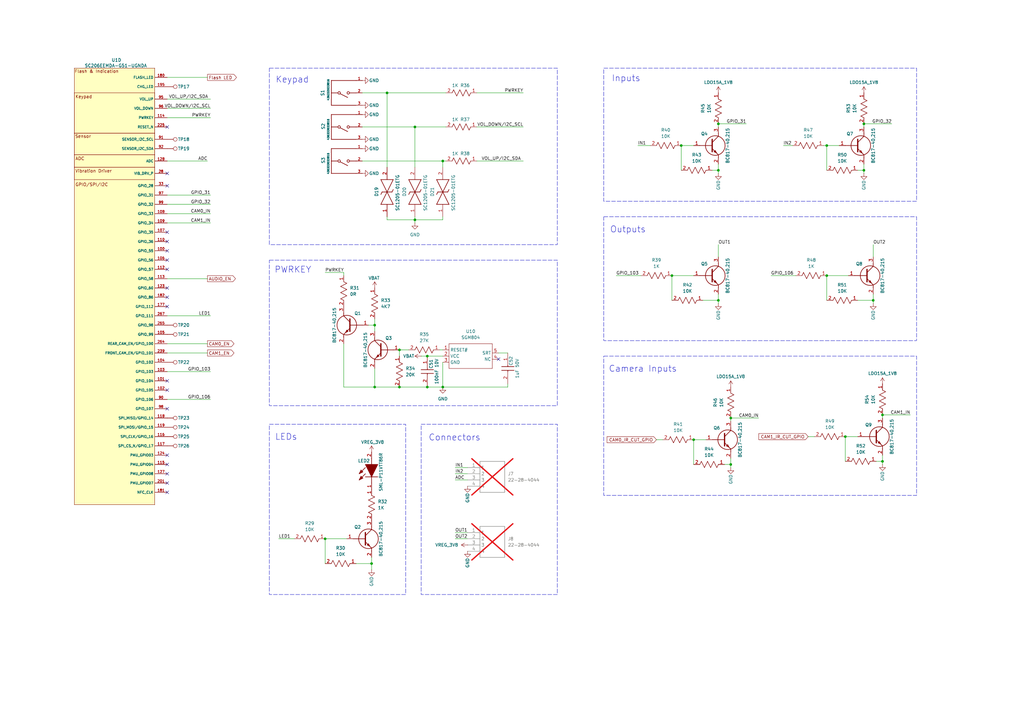
<source format=kicad_sch>
(kicad_sch (version 20250114) (generator "eeschema") (generator_version "9.0")
  (paper "A3")
  (title_block (title "Interfaces") (date "2025-10-10") (rev "v1.0") (company "Author: Mehmet Cihangir") (comment 1 "CamTracker"))
  (rectangle (start 247.65 146.05) (end 375.92 203.2) (stroke (width 0) (type dash)))
  (rectangle (start 110.49 27.94) (end 228.6 100.33) (stroke (width 0) (type dash)))
  (rectangle (start 110.49 106.68) (end 228.6 166.37) (stroke (width 0) (type dash)))
  (rectangle (start 247.65 88.9) (end 375.92 139.7) (stroke (width 0) (type dash)))
  (rectangle (start 110.49 173.99) (end 166.37 243.84) (stroke (width 0) (type dash)))
  (rectangle (start 247.65 27.94) (end 375.92 82.55) (stroke (width 0) (type dash)))
  (rectangle (start 172.72 173.99) (end 228.6 243.84) (stroke (width 0) (type dash)))
  (text "Inputs" (at 256.794 32.258 0) (effects (font (size 2.54 2.54))))
  (text "LEDs" (at 117.348 179.324 0) (effects (font (size 2.54 2.54))))
  (text "PWRKEY" (at 120.142 110.744 0) (effects (font (size 2.54 2.54))))
  (text "Outputs" (at 257.556 94.234 0) (effects (font (size 2.54 2.54))))
  (text "Keypad" (at 119.888 32.766 0) (effects (font (size 2.54 2.54))))
  (text "Camera Inputs" (at 263.652 151.384 0) (effects (font (size 2.54 2.54))))
  (text "Connectors" (at 186.436 179.578 0) (effects (font (size 2.54 2.54))))
  (junction (at 181.61 158.75))
  (junction (at 354.33 50.8))
  (junction (at 339.09 113.03))
  (junction (at 170.18 52.07))
  (junction (at 299.72 190.5))
  (junction (at 294.64 50.8))
  (junction (at 163.83 158.75))
  (junction (at 163.83 143.51))
  (junction (at 299.72 171.45))
  (junction (at 361.95 170.18))
  (junction (at 175.26 146.05))
  (junction (at 339.09 59.69))
  (junction (at 152.4 231.14))
  (junction (at 133.35 220.98))
  (junction (at 153.67 158.75))
  (junction (at 358.14 123.19))
  (junction (at 279.4 59.69))
  (junction (at 181.61 66.04))
  (junction (at 170.18 90.17))
  (junction (at 284.48 180.34))
  (junction (at 275.59 113.03))
  (junction (at 153.67 133.35))
  (junction (at 346.71 179.07))
  (junction (at 294.64 123.19))
  (junction (at 354.33 69.85))
  (junction (at 361.95 189.23))
  (junction (at 158.75 38.1))
  (junction (at 294.64 69.85))
  (junction (at 175.26 158.75))
  (no_connect (at 68.58 198.12))
  (no_connect (at 68.58 106.68))
  (no_connect (at 68.58 71.12))
  (no_connect (at 68.58 76.2))
  (no_connect (at 68.58 102.87))
  (no_connect (at 68.58 194.31))
  (no_connect (at 68.58 99.06))
  (no_connect (at 68.58 190.5))
  (no_connect (at 68.58 52.07))
  (no_connect (at 68.58 95.25))
  (no_connect (at 68.58 110.49))
  (no_connect (at 68.58 118.11))
  (no_connect (at 68.58 121.92))
  (no_connect (at 68.58 156.21))
  (no_connect (at 68.58 186.69))
  (no_connect (at 68.58 160.02))
  (no_connect (at 68.58 125.73))
  (no_connect (at 204.47 147.32))
  (no_connect (at 68.58 201.93))
  (no_connect (at 68.58 167.64))
  (wire (pts (xy 181.61 66.04) (xy 181.61 68.58)))
  (wire (pts (xy 68.58 87.63) (xy 86.36 87.63)))
  (wire (pts (xy 204.47 144.78) (xy 208.28 144.78)))
  (wire (pts (xy 339.09 59.69) (xy 337.82 59.69)))
  (wire (pts (xy 316.23 113.03) (xy 326.39 113.03)))
  (wire (pts (xy 140.97 113.03) (xy 140.97 111.76)))
  (wire (pts (xy 294.64 123.19) (xy 294.64 124.46)))
  (wire (pts (xy 261.62 59.69) (xy 266.7 59.69)))
  (wire (pts (xy 361.95 186.69) (xy 361.95 189.23)))
  (wire (pts (xy 346.71 179.07) (xy 346.71 189.23)))
  (wire (pts (xy 140.97 111.76) (xy 133.35 111.76)))
  (wire (pts (xy 152.4 231.14) (xy 152.4 233.68)))
  (wire (pts (xy 68.58 66.04) (xy 85.09 66.04)))
  (wire (pts (xy 86.36 48.26) (xy 68.58 48.26)))
  (wire (pts (xy 269.24 180.34) (xy 271.78 180.34)))
  (wire (pts (xy 321.31 59.69) (xy 325.12 59.69)))
  (wire (pts (xy 284.48 180.34) (xy 284.48 190.5)))
  (wire (pts (xy 361.95 189.23) (xy 361.95 190.5)))
  (wire (pts (xy 294.64 50.8) (xy 294.64 52.07)))
  (wire (pts (xy 181.61 90.17) (xy 170.18 90.17)))
  (wire (pts (xy 346.71 179.07) (xy 351.79 179.07)))
  (wire (pts (xy 172.72 146.05) (xy 175.26 146.05)))
  (wire (pts (xy 152.4 228.6) (xy 152.4 231.14)))
  (wire (pts (xy 294.64 120.65) (xy 294.64 123.19)))
  (wire (pts (xy 158.75 38.1) (xy 158.75 68.58)))
  (wire (pts (xy 294.64 100.33) (xy 294.64 105.41)))
  (wire (pts (xy 68.58 80.01) (xy 86.36 80.01)))
  (wire (pts (xy 186.69 218.44) (xy 191.77 218.44)))
  (wire (pts (xy 170.18 52.07) (xy 170.18 68.58)))
  (wire (pts (xy 140.97 158.75) (xy 153.67 158.75)))
  (wire (pts (xy 361.95 170.18) (xy 373.38 170.18)))
  (wire (pts (xy 181.61 90.17) (xy 181.61 88.9)))
  (wire (pts (xy 68.58 31.75) (xy 85.09 31.75)))
  (wire (pts (xy 214.63 52.07) (xy 195.58 52.07)))
  (wire (pts (xy 294.64 50.8) (xy 306.07 50.8)))
  (wire (pts (xy 146.05 231.14) (xy 152.4 231.14)))
  (wire (pts (xy 354.33 50.8) (xy 354.33 52.07)))
  (wire (pts (xy 339.09 59.69) (xy 339.09 69.85)))
  (wire (pts (xy 163.83 158.75) (xy 175.26 158.75)))
  (wire (pts (xy 354.33 67.31) (xy 354.33 69.85)))
  (wire (pts (xy 214.63 38.1) (xy 195.58 38.1)))
  (wire (pts (xy 186.69 220.98) (xy 191.77 220.98)))
  (wire (pts (xy 86.36 152.4) (xy 68.58 152.4)))
  (wire (pts (xy 214.63 66.04) (xy 195.58 66.04)))
  (wire (pts (xy 297.18 190.5) (xy 299.72 190.5)))
  (wire (pts (xy 158.75 90.17) (xy 170.18 90.17)))
  (wire (pts (xy 140.97 140.97) (xy 140.97 158.75)))
  (wire (pts (xy 175.26 158.75) (xy 181.61 158.75)))
  (wire (pts (xy 186.69 196.85) (xy 191.77 196.85)))
  (wire (pts (xy 153.67 133.35) (xy 153.67 135.89)))
  (wire (pts (xy 158.75 38.1) (xy 182.88 38.1)))
  (wire (pts (xy 86.36 129.54) (xy 68.58 129.54)))
  (wire (pts (xy 361.95 170.18) (xy 361.95 171.45)))
  (wire (pts (xy 68.58 44.45) (xy 86.36 44.45)))
  (wire (pts (xy 294.64 67.31) (xy 294.64 69.85)))
  (wire (pts (xy 148.59 66.04) (xy 181.61 66.04)))
  (wire (pts (xy 299.72 187.96) (xy 299.72 190.5)))
  (wire (pts (xy 68.58 140.97) (xy 85.09 140.97)))
  (wire (pts (xy 358.14 100.33) (xy 358.14 105.41)))
  (wire (pts (xy 339.09 113.03) (xy 339.09 123.19)))
  (wire (pts (xy 86.36 163.83) (xy 68.58 163.83)))
  (wire (pts (xy 148.59 52.07) (xy 170.18 52.07)))
  (wire (pts (xy 354.33 50.8) (xy 365.76 50.8)))
  (wire (pts (xy 68.58 40.64) (xy 86.36 40.64)))
  (wire (pts (xy 284.48 180.34) (xy 289.56 180.34)))
  (wire (pts (xy 186.69 191.77) (xy 191.77 191.77)))
  (wire (pts (xy 354.33 69.85) (xy 354.33 71.12)))
  (wire (pts (xy 351.79 69.85) (xy 354.33 69.85)))
  (wire (pts (xy 68.58 144.78) (xy 85.09 144.78)))
  (wire (pts (xy 170.18 90.17) (xy 170.18 91.44)))
  (wire (pts (xy 186.69 194.31) (xy 191.77 194.31)))
  (wire (pts (xy 208.28 158.75) (xy 181.61 158.75)))
  (wire (pts (xy 181.61 66.04) (xy 182.88 66.04)))
  (wire (pts (xy 358.14 120.65) (xy 358.14 123.19)))
  (wire (pts (xy 68.58 83.82) (xy 86.36 83.82)))
  (wire (pts (xy 358.14 123.19) (xy 358.14 124.46)))
  (wire (pts (xy 299.72 190.5) (xy 299.72 191.77)))
  (wire (pts (xy 114.3 220.98) (xy 120.65 220.98)))
  (wire (pts (xy 299.72 171.45) (xy 311.15 171.45)))
  (wire (pts (xy 275.59 113.03) (xy 284.48 113.03)))
  (wire (pts (xy 294.64 69.85) (xy 294.64 71.12)))
  (wire (pts (xy 153.67 158.75) (xy 163.83 158.75)))
  (wire (pts (xy 68.58 91.44) (xy 86.36 91.44)))
  (wire (pts (xy 339.09 113.03) (xy 347.98 113.03)))
  (wire (pts (xy 133.35 220.98) (xy 142.24 220.98)))
  (wire (pts (xy 279.4 59.69) (xy 279.4 69.85)))
  (wire (pts (xy 279.4 59.69) (xy 284.48 59.69)))
  (wire (pts (xy 170.18 88.9) (xy 170.18 90.17)))
  (wire (pts (xy 153.67 151.13) (xy 153.67 158.75)))
  (wire (pts (xy 85.09 114.3) (xy 68.58 114.3)))
  (wire (pts (xy 292.1 69.85) (xy 294.64 69.85)))
  (wire (pts (xy 175.26 146.05) (xy 181.61 146.05)))
  (wire (pts (xy 163.83 143.51) (xy 163.83 146.05)))
  (wire (pts (xy 163.83 143.51) (xy 167.64 143.51)))
  (wire (pts (xy 331.47 179.07) (xy 334.01 179.07)))
  (wire (pts (xy 299.72 171.45) (xy 299.72 172.72)))
  (wire (pts (xy 351.79 123.19) (xy 358.14 123.19)))
  (wire (pts (xy 181.61 148.59) (xy 181.61 158.75)))
  (wire (pts (xy 252.73 113.03) (xy 262.89 113.03)))
  (wire (pts (xy 288.29 123.19) (xy 294.64 123.19)))
  (wire (pts (xy 151.13 133.35) (xy 153.67 133.35)))
  (wire (pts (xy 275.59 113.03) (xy 275.59 123.19)))
  (wire (pts (xy 208.28 157.48) (xy 208.28 158.75)))
  (wire (pts (xy 133.35 220.98) (xy 133.35 231.14)))
  (wire (pts (xy 180.34 143.51) (xy 181.61 143.51)))
  (wire (pts (xy 339.09 59.69) (xy 344.17 59.69)))
  (wire (pts (xy 153.67 130.81) (xy 153.67 133.35)))
  (wire (pts (xy 359.41 189.23) (xy 361.95 189.23)))
  (wire (pts (xy 170.18 52.07) (xy 182.88 52.07)))
  (wire (pts (xy 158.75 88.9) (xy 158.75 90.17)))
  (wire (pts (xy 148.59 38.1) (xy 158.75 38.1)))
  (label "ADC" (at 186.69 196.85 0))
  (label "OUT2" (at 186.69 220.98 0))
  (label "GPIO_106" (at 316.23 113.03 0))
  (label "OUT2" (at 358.14 100.33 0))
  (label "GPIO_32" (at 365.76 50.8 180))
  (label "GPIO_106" (at 86.36 163.83 180))
  (label "PWRKEY" (at 133.35 111.76 0))
  (label "VOL_DOWN{slash}I2C_SCL" (at 214.63 52.07 180))
  (label "CAM0_IN" (at 86.36 87.63 180))
  (label "LED1" (at 86.36 129.54 180))
  (label "IN1" (at 261.62 59.69 0))
  (label "GPIO_31" (at 86.36 80.01 180))
  (label "GPIO_31" (at 306.07 50.8 180))
  (label "VOL_UP{slash}I2C_SDA " (at 86.36 40.64 180))
  (label "PWRKEY" (at 86.36 48.26 180))
  (label "OUT1" (at 294.64 100.33 0))
  (label "GPIO_32" (at 86.36 83.82 180))
  (label "VOL_DOWN{slash}I2C_SCL" (at 86.36 44.45 180))
  (label "IN1" (at 186.69 191.77 0))
  (label "GPIO_103" (at 86.36 152.4 180))
  (label "ADC" (at 85.09 66.04 180))
  (label "IN2" (at 321.31 59.69 0))
  (label "CAM1_IN" (at 86.36 91.44 180))
  (label "OUT1" (at 186.69 218.44 0))
  (label "GPIO_103" (at 252.73 113.03 0))
  (label "PWRKEY" (at 214.63 38.1 180))
  (label "VOL_UP{slash}I2C_SDA " (at 214.63 66.04 180))
  (label "LED1" (at 114.3 220.98 0))
  (label "CAM0_IN" (at 311.15 171.45 180))
  (label "CAM1_IN" (at 373.38 170.18 180))
  (label "IN2" (at 186.69 194.31 0))
  (global_label "Flash LED" (shape output) (at 85.09 31.75 0) (property "Intersheetrefs" "${INTERSHEET_REFS}" (effects (hide yes))))
  (global_label "CAM1_IR_CUT_GPIO" (shape input) (at 331.47 179.07 180) (property "Intersheetrefs" "${INTERSHEET_REFS}" (effects (hide yes))))
  (global_label "CAM0_IR_CUT_GPIO" (shape input) (at 269.24 180.34 180) (property "Intersheetrefs" "${INTERSHEET_REFS}" (effects (hide yes))))
  (global_label "AUDIO_EN" (shape output) (at 85.09 114.3 0) (property "Intersheetrefs" "${INTERSHEET_REFS}" (effects (hide yes))))
  (global_label "CAM0_EN" (shape output) (at 85.09 140.97 0) (property "Intersheetrefs" "${INTERSHEET_REFS}" (effects (hide yes))))
  (global_label "CAM1_EN" (shape output) (at 85.09 144.78 0) (property "Intersheetrefs" "${INTERSHEET_REFS}" (effects (hide yes))))
  (symbol (lib_id "000MCLib:BC817-40,215") (at 359.41 179.07 0) (unit 1)
    (property "Reference" "Q9" (at 354.838 174.244 0) (effects (justify left)))
    (property "Value" "BC817-40,215" (at 365.76 186.436 90) (effects (justify left)))
    (property "Footprint" "000MCLib:BC81740215" (effects (hide yes)))
    (property "Datasheet" "https://assets.nexperia.com/documents/data-sheet/BC817_SER.pdf" (effects (hide yes)))
    (property "Description" "Transistor BJT 500 mA NPN" (effects (hide yes)))
    (property "Manufacturer" "Nexperia" (effects (hide yes)))
    (property "Part Number" "BC817-40,215" (effects (hide yes)))
  )
  (symbol (lib_id "power:VDD") (at 299.72 158.75 0) (unit 1)
    (property "Reference" "#PWR086" (effects (hide yes)))
    (property "Value" "LDO15A_1V8" (at 299.72 154.432 0))
    (property "Description" "Power symbol creates a global label with name \"VDD\"" (effects (hide yes)))
  )
  (symbol (lib_id "000MCLib:RC0402JR-0710KL") (at 345.44 69.85 0) (unit 1)
    (property "Reference" "R50" (at 345.44 63.5 0))
    (property "Value" "10K" (at 345.44 66.04 0))
    (property "Footprint" "000MCLib:RC0402N_YAG" (effects (hide yes)))
    (property "Description" "Resistor 10K 1/16W CH0402" (effects (hide yes)))
    (property "Manufacturer" "YAGEO" (effects (hide yes)))
    (property "Part Number" "RC0402JR-0710KL" (effects (hide yes)))
  )
  (symbol (lib_id "000MCLib:CRCW08050000Z0EA") (at 140.97 119.38 90) (unit 1)
    (property "Reference" "R31" (at 143.51 118.1099 90) (effects (justify right)))
    (property "Value" "0R" (at 143.51 120.6499 90) (effects (justify right)))
    (property "Footprint" "000MCLib:RESC2012X50N" (effects (hide yes)))
    (property "Datasheet" "http://www.vishay.com/docs/20035/dcrcwe3.pdf" (effects (hide yes)))
    (property "Description" "Resistor 0R 1/8watt 0805" (effects (hide yes)))
    (property "Height" "0.5" (effects (hide yes)))
    (property "Mouser Part Number" "71-CRCW0805-0-E3" (effects (hide yes)))
    (property "Mouser Price/Stock" "https://www.mouser.co.uk/ProductDetail/Vishay-Dale/CRCW08050000Z0EA?qs=waxnFHLl2hB4NcTp6tAQPA%3D%3D" (effects (hide yes)))
    (property "Manufacturer" "Vishay" (effects (hide yes)))
    (property "Part Number" "CRCW08050000Z0EA" (effects (hide yes)))
  )
  (symbol (lib_id "power:GND") (at 361.95 190.5 0) (unit 1)
    (property "Reference" "#PWR092" (effects (hide yes)))
    (property "Value" "GND" (at 361.95 195.326 90))
    (property "Description" "Power symbol creates a global label with name \"GND\" , ground" (effects (hide yes)))
  )
  (symbol (lib_id "000MCLib:GRM155R71A104KA01D") (at 175.26 152.4 270) (unit 1)
    (property "Reference" "C51" (at 176.784 147.32 0) (effects (justify left)))
    (property "Value" "100nF 10V" (at 179.832 147.066 0) (effects (justify left top)))
    (property "Footprint" "000MCLib:CAPC1005X55N" (effects (hide yes)))
    (property "Datasheet" "http://www.murata.com/~/media/webrenewal/support/library/catalog/products/capacitor/mlcc/c02e.pdf" (effects (hide yes)))
    (property "Description" "Capacitor 100nF, 10V, X7R, 0402" (effects (hide yes)))
    (property "Manufacturer" "Murata Electronics" (effects (hide yes)))
    (property "Part Number" "GRM155R71A104KA01D" (effects (hide yes)))
  )
  (symbol (lib_id "power:VDD") (at 191.77 223.52 90) (unit 1)
    (property "Reference" "#PWR081" (effects (hide yes)))
    (property "Value" "VREG_3V8" (at 187.96 223.5199 90) (effects (justify left)))
    (property "Description" "Power symbol creates a global label with name \"VDD\"" (effects (hide yes)))
  )
  (symbol (lib_id "000MCLib:RC0402JR-071KL") (at 332.74 113.03 0) (unit 1)
    (property "Reference" "R48" (at 332.74 106.68 0))
    (property "Value" "1K" (at 332.74 109.22 0))
    (property "Footprint" "000MCLib:RC0402N_YAG" (effects (hide yes)))
    (property "Description" "Resistor 1K 1/16W CH0402" (effects (hide yes)))
    (property "Manufacturer" "YAGEO" (effects (hide yes)))
    (property "Part Number" "RC0402JR-071KL" (effects (hide yes)))
  )
  (symbol (lib_id "000MCLib:SC1205-01ETG") (at 170.18 78.74 90) (unit 1)
    (property "Reference" "D20" (at 165.862 76.708 0) (effects (justify right)))
    (property "Value" "SC1205-01ETG" (at 174.498 71.628 0) (effects (justify right)))
    (property "Footprint" "000MCLib:SC120501ETG" (effects (hide yes)))
    (property "Datasheet" "https://www.littelfuse.com/media?resourcetype=datasheets&itemid=fff6fc88-c477-4ea4-984b-6b98f832da15&filename=littelfuse-tvs-diode-array-sc1205-01etg-datasheet-1" (effects (hide yes)))
    (property "Description" "TVS Diode, General Purpose Surge Protection" (effects (hide yes)))
    (property "Manufacturer" "Littelfuse" (effects (hide yes)))
    (property "Part Number" "SC1205-01ETG" (effects (hide yes)))
  )
  (symbol (lib_id "000MCLib:TestPoint") (at 68.58 35.56 270) (unit 1)
    (property "Reference" "TP17" (at 72.898 35.56 90) (effects (justify left)))
    (property "Value" "TestPoint" (effects (hide yes)))
    (property "Footprint" "TestPoint:TestPoint_Pad_D1.0mm" (effects (hide yes)))
    (property "Description" "test point" (effects (hide yes)))
  )
  (symbol (lib_id "000MCLib:RC0402JR-074K7L") (at 153.67 124.46 90) (unit 1)
    (property "Reference" "R33" (at 156.21 123.1899 90) (effects (justify right)))
    (property "Value" "4K7" (at 156.21 125.7299 90) (effects (justify right)))
    (property "Footprint" "000MCLib:RC0402N_YAG" (effects (hide yes)))
    (property "Description" "Resistor 4K7 1/16W CH0402" (effects (hide yes)))
    (property "Manufacturer" "YAGEO" (effects (hide yes)))
    (property "Part Number" "RC0402JR-074K7L" (effects (hide yes)))
  )
  (symbol (lib_id "000MCLib:BC817-40,215") (at 292.1 59.69 0) (unit 1)
    (property "Reference" "Q4" (at 287.528 54.864 0) (effects (justify left)))
    (property "Value" "BC817-40,215" (at 298.45 67.056 90) (effects (justify left)))
    (property "Footprint" "000MCLib:BC81740215" (effects (hide yes)))
    (property "Datasheet" "https://assets.nexperia.com/documents/data-sheet/BC817_SER.pdf" (effects (hide yes)))
    (property "Description" "Transistor BJT 500 mA NPN" (effects (hide yes)))
    (property "Manufacturer" "Nexperia" (effects (hide yes)))
    (property "Part Number" "BC817-40,215" (effects (hide yes)))
  )
  (symbol (lib_id "power:VDD") (at 172.72 146.05 90) (unit 1)
    (property "Reference" "#PWR078" (effects (hide yes)))
    (property "Value" "VBAT" (at 167.64 146.05 90))
    (property "Description" "Power symbol creates a global label with name \"VDD\"" (effects (hide yes)))
  )
  (symbol (lib_id "power:VDD") (at 152.4 185.42 0) (unit 1)
    (property "Reference" "#PWR074" (effects (hide yes)))
    (property "Value" "VREG_3V8" (at 148.082 181.356 0) (effects (justify left)))
    (property "Description" "Power symbol creates a global label with name \"VDD\"" (effects (hide yes)))
  )
  (symbol (lib_id "power:VDD") (at 354.33 38.1 0) (unit 1)
    (property "Reference" "#PWR088" (effects (hide yes)))
    (property "Value" "LDO15A_1V8" (at 354.33 33.782 0))
    (property "Description" "Power symbol creates a global label with name \"VDD\"" (effects (hide yes)))
  )
  (symbol (lib_id "000MCLib:SC200E") (at 53.34 118.11 0) (unit 4)
    (property "Reference" "U1" (at 47.752 24.638 0))
    (property "Value" "SC206EEMDA-G51-UGNDA" (at 47.498 26.924 0))
    (property "Footprint" "000MCLib:SC200E_SC206E" (effects (hide yes)))
    (property "Description" "SC200E/SC206E Smart Module" (effects (hide yes)))
    (property "Manufacturer" "Quectel" (effects (hide yes)))
    (property "Part Number" "SC200EEMNA-E53-UGNDA" (effects (hide yes)))
  )
  (symbol (lib_id "power:GND") (at 148.59 46.99 90) (unit 1)
    (property "Reference" "#PWR070" (effects (hide yes)))
    (property "Value" "GND" (at 153.416 46.99 90))
    (property "Description" "Power symbol creates a global label with name \"GND\" , ground" (effects (hide yes)))
  )
  (symbol (lib_id "power:VDD") (at 294.64 38.1 0) (unit 1)
    (property "Reference" "#PWR083" (effects (hide yes)))
    (property "Value" "LDO15A_1V8" (at 294.64 33.782 0))
    (property "Description" "Power symbol creates a global label with name \"VDD\"" (effects (hide yes)))
  )
  (symbol (lib_id "power:VDD") (at 153.67 118.11 0) (unit 1)
    (property "Reference" "#PWR076" (effects (hide yes)))
    (property "Value" "VBAT" (at 153.416 114.046 0))
    (property "Description" "Power symbol creates a global label with name \"VDD\"" (effects (hide yes)))
  )
  (symbol (lib_id "000MCLib:RC0402JR-0710KL") (at 345.44 123.19 0) (unit 1)
    (property "Reference" "R51" (at 345.44 116.84 0))
    (property "Value" "10K" (at 345.44 119.38 0))
    (property "Footprint" "000MCLib:RC0402N_YAG" (effects (hide yes)))
    (property "Description" "Resistor 10K 1/16W CH0402" (effects (hide yes)))
    (property "Manufacturer" "YAGEO" (effects (hide yes)))
    (property "Part Number" "RC0402JR-0710KL" (effects (hide yes)))
  )
  (symbol (lib_id "000MCLib:RC0402JR-0710KL") (at 299.72 165.1 90) (unit 1)
    (property "Reference" "R46" (at 293.37 165.1 0))
    (property "Value" "10K" (at 295.91 165.1 0))
    (property "Footprint" "000MCLib:RC0402N_YAG" (effects (hide yes)))
    (property "Description" "Resistor 10K 1/16W CH0402" (effects (hide yes)))
    (property "Manufacturer" "YAGEO" (effects (hide yes)))
    (property "Part Number" "RC0402JR-0710KL" (effects (hide yes)))
  )
  (symbol (lib_id "power:GND") (at 148.59 33.02 90) (unit 1)
    (property "Reference" "#PWR068" (effects (hide yes)))
    (property "Value" "GND" (at 153.416 33.02 90))
    (property "Description" "Power symbol creates a global label with name \"GND\" , ground" (effects (hide yes)))
  )
  (symbol (lib_id "000MCLib:BC817-40,215") (at 351.79 59.69 0) (unit 1)
    (property "Reference" "Q7" (at 347.218 54.864 0) (effects (justify left)))
    (property "Value" "BC817-40,215" (at 358.14 67.056 90) (effects (justify left)))
    (property "Footprint" "000MCLib:BC81740215" (effects (hide yes)))
    (property "Datasheet" "https://assets.nexperia.com/documents/data-sheet/BC817_SER.pdf" (effects (hide yes)))
    (property "Description" "Transistor BJT 500 mA NPN" (effects (hide yes)))
    (property "Manufacturer" "Nexperia" (effects (hide yes)))
    (property "Part Number" "BC817-40,215" (effects (hide yes)))
  )
  (symbol (lib_id "000MCLib:TestPoint") (at 68.58 57.15 270) (unit 1)
    (property "Reference" "TP18" (at 72.898 57.15 90) (effects (justify left)))
    (property "Value" "TestPoint" (effects (hide yes)))
    (property "Footprint" "TestPoint:TestPoint_Pad_D1.0mm" (effects (hide yes)))
    (property "Description" "test point" (effects (hide yes)))
  )
  (symbol (lib_id "000MCLib:GRM155R61H105KE05D") (at 208.28 151.13 270) (unit 1)
    (property "Reference" "C52" (at 209.55 146.05 0) (effects (justify left)))
    (property "Value" "1uF 50V" (at 212.852 147.066 0) (effects (justify left top)))
    (property "Footprint" "000MCLib:CAPC1005X55N" (effects (hide yes)))
    (property "Datasheet" "https://search.murata.co.jp/Ceramy/image/img/A01X/G101/ENG/GRM155R61H105KE05-01A.pdf" (effects (hide yes)))
    (property "Description" "Capacitor 1uF, 50V, X5R, 0402" (effects (hide yes)))
    (property "Manufacturer" "Murata Electronics" (effects (hide yes)))
    (property "Part Number" "GRM155R61H105KE05D" (effects (hide yes)))
  )
  (symbol (lib_id "000MCLib:SC1205-01ETG") (at 158.75 78.74 90) (unit 1)
    (property "Reference" "D19" (at 154.432 76.708 0) (effects (justify right)))
    (property "Value" "SC1205-01ETG" (at 163.068 71.628 0) (effects (justify right)))
    (property "Footprint" "000MCLib:SC120501ETG" (effects (hide yes)))
    (property "Datasheet" "https://www.littelfuse.com/media?resourcetype=datasheets&itemid=fff6fc88-c477-4ea4-984b-6b98f832da15&filename=littelfuse-tvs-diode-array-sc1205-01etg-datasheet-1" (effects (hide yes)))
    (property "Description" "TVS Diode, General Purpose Surge Protection" (effects (hide yes)))
    (property "Manufacturer" "Littelfuse" (effects (hide yes)))
    (property "Part Number" "SC1205-01ETG" (effects (hide yes)))
  )
  (symbol (lib_id "000MCLib:TestPoint") (at 68.58 175.26 270) (unit 1)
    (property "Reference" "TP24" (at 72.898 175.26 90) (effects (justify left)))
    (property "Value" "TestPoint" (effects (hide yes)))
    (property "Footprint" "TestPoint:TestPoint_Pad_D1.0mm" (effects (hide yes)))
    (property "Description" "test point" (effects (hide yes)))
  )
  (symbol (lib_id "power:GND") (at 191.77 199.39 0) (unit 1)
    (property "Reference" "#PWR080" (effects (hide yes)))
    (property "Value" "GND" (at 191.77 204.216 90))
    (property "Description" "Power symbol creates a global label with name \"GND\" , ground" (effects (hide yes)))
  )
  (symbol (lib_id "000MCLib:BC817-40,215") (at 355.6 113.03 0) (unit 1)
    (property "Reference" "Q8" (at 351.028 108.204 0) (effects (justify left)))
    (property "Value" "BC817-40,215" (at 361.95 120.396 90) (effects (justify left)))
    (property "Footprint" "000MCLib:BC81740215" (effects (hide yes)))
    (property "Datasheet" "https://assets.nexperia.com/documents/data-sheet/BC817_SER.pdf" (effects (hide yes)))
    (property "Description" "Transistor BJT 500 mA NPN" (effects (hide yes)))
    (property "Manufacturer" "Nexperia" (effects (hide yes)))
    (property "Part Number" "BC817-40,215" (effects (hide yes)))
  )
  (symbol (lib_id "000MCLib:TestPoint") (at 68.58 182.88 270) (unit 1)
    (property "Reference" "TP26" (at 72.898 182.88 90) (effects (justify left)))
    (property "Value" "TestPoint" (effects (hide yes)))
    (property "Footprint" "TestPoint:TestPoint_Pad_D1.0mm" (effects (hide yes)))
    (property "Description" "test point" (effects (hide yes)))
  )
  (symbol (lib_id "000MCLib:436333033816") (at 140.97 52.07 270) (unit 1)
    (property "Reference" "S2" (at 132.588 51.816 0))
    (property "Value" "436333033816" (at 134.62 53.086 0) (effects (font (size 0.762 0.762))))
    (property "Footprint" "000MCLib:436333033816" (effects (hide yes)))
    (property "Description" "Switch Tactile SPST-NO Side Actuated Surface Mount, Right Angle" (effects (hide yes)))
    (property "Manufacturer" "Wurth Elektronik" (effects (hide yes)))
    (property "Part Number" "436333033816" (effects (hide yes)))
  )
  (symbol (lib_id "000MCLib:RC0402JR-0727KL") (at 173.99 143.51 0) (unit 1)
    (property "Reference" "R35" (at 173.99 137.16 0))
    (property "Value" "27K" (at 173.99 139.7 0))
    (property "Footprint" "000MCLib:RC0402N_YAG" (effects (hide yes)))
    (property "Description" "Resistor 27K 1/16W CH0402" (effects (hide yes)))
    (property "Manufacturer" "YAGEO" (effects (hide yes)))
    (property "Part Number" "RC0402JR-0727KL" (effects (hide yes)))
  )
  (symbol (lib_id "000MCLib:RC0402JR-071KL") (at 189.23 38.1 0) (unit 1)
    (property "Reference" "R36" (at 190.754 35.052 0))
    (property "Value" "1K" (at 186.69 35.052 0))
    (property "Footprint" "000MCLib:RC0402N_YAG" (effects (hide yes)))
    (property "Description" "Resistor 1K 1/16W CH0402" (effects (hide yes)))
    (property "Manufacturer" "YAGEO" (effects (hide yes)))
    (property "Part Number" "RC0402JR-071KL" (effects (hide yes)))
  )
  (symbol (lib_id "000MCLib:SGM804-2.93YN5G/TR") (at 193.04 146.05 0) (unit 1)
    (property "Reference" "U10" (at 193.04 135.89 0))
    (property "Value" "SGM804" (at 193.04 138.43 0))
    (property "Footprint" "000MCLib:SOT-23-5_L2.9-W1.6-P0.95-LS2.8-BL" (effects (hide yes)))
    (property "Datasheet" "https://item.szlcsc.com/datasheet/SGM804-2.93YN5G%252FTR/734280.html" (effects (hide yes)))
    (property "Description" "IC Reset Supervisor 2.93sec" (effects (hide yes)))
    (property "Manufacturer" "SGMICRO(圣邦微)" (effects (hide yes)))
    (property "Part Name" "SGM804-2.93YN5G/TR" (effects (hide yes)))
  )
  (symbol (lib_id "000MCLib:TestPoint") (at 68.58 171.45 270) (unit 1)
    (property "Reference" "TP23" (at 72.898 171.45 90) (effects (justify left)))
    (property "Value" "TestPoint" (effects (hide yes)))
    (property "Footprint" "TestPoint:TestPoint_Pad_D1.0mm" (effects (hide yes)))
    (property "Description" "test point" (effects (hide yes)))
  )
  (symbol (lib_id "000MCLib:SC1205-01ETG") (at 181.61 78.74 90) (unit 1)
    (property "Reference" "D21" (at 177.292 76.708 0) (effects (justify right)))
    (property "Value" "SC1205-01ETG" (at 185.928 71.628 0) (effects (justify right)))
    (property "Footprint" "000MCLib:SC120501ETG" (effects (hide yes)))
    (property "Datasheet" "https://www.littelfuse.com/media?resourcetype=datasheets&itemid=fff6fc88-c477-4ea4-984b-6b98f832da15&filename=littelfuse-tvs-diode-array-sc1205-01etg-datasheet-1" (effects (hide yes)))
    (property "Description" "TVS Diode, General Purpose Surge Protection" (effects (hide yes)))
    (property "Manufacturer" "Littelfuse" (effects (hide yes)))
    (property "Part Number" "SC1205-01ETG" (effects (hide yes)))
  )
  (symbol (lib_id "power:VDD") (at 361.95 157.48 0) (unit 1)
    (property "Reference" "#PWR091" (effects (hide yes)))
    (property "Value" "LDO15A_1V8" (at 361.95 153.162 0))
    (property "Description" "Power symbol creates a global label with name \"VDD\"" (effects (hide yes)))
  )
  (symbol (lib_id "000MCLib:RC0402JR-0710KL") (at 290.83 190.5 0) (unit 1)
    (property "Reference" "R44" (at 290.83 184.15 0))
    (property "Value" "10K" (at 290.83 186.69 0))
    (property "Footprint" "000MCLib:RC0402N_YAG" (effects (hide yes)))
    (property "Description" "Resistor 10K 1/16W CH0402" (effects (hide yes)))
    (property "Manufacturer" "YAGEO" (effects (hide yes)))
    (property "Part Number" "RC0402JR-0710KL" (effects (hide yes)))
  )
  (symbol (lib_id "power:GND") (at 148.59 43.18 90) (unit 1)
    (property "Reference" "#PWR069" (effects (hide yes)))
    (property "Value" "GND" (at 153.416 43.18 90))
    (property "Description" "Power symbol creates a global label with name \"GND\" , ground" (effects (hide yes)))
  )
  (symbol (lib_id "000MCLib:RC0402JR-0710KL") (at 281.94 123.19 0) (unit 1)
    (property "Reference" "R42" (at 281.94 116.84 0))
    (property "Value" "10K" (at 281.94 119.38 0))
    (property "Footprint" "000MCLib:RC0402N_YAG" (effects (hide yes)))
    (property "Description" "Resistor 10K 1/16W CH0402" (effects (hide yes)))
    (property "Manufacturer" "YAGEO" (effects (hide yes)))
    (property "Part Number" "RC0402JR-0710KL" (effects (hide yes)))
  )
  (symbol (lib_id "000MCLib:RC0402JR-0710KL") (at 294.64 44.45 90) (unit 1)
    (property "Reference" "R45" (at 288.29 44.45 0))
    (property "Value" "10K" (at 290.83 44.45 0))
    (property "Footprint" "000MCLib:RC0402N_YAG" (effects (hide yes)))
    (property "Description" "Resistor 10K 1/16W CH0402" (effects (hide yes)))
    (property "Manufacturer" "YAGEO" (effects (hide yes)))
    (property "Part Number" "RC0402JR-0710KL" (effects (hide yes)))
  )
  (symbol (lib_id "000MCLib:RC0402JR-0710KL") (at 278.13 180.34 0) (unit 1)
    (property "Reference" "R41" (at 278.13 173.99 0))
    (property "Value" "10K" (at 278.13 176.53 0))
    (property "Footprint" "000MCLib:RC0402N_YAG" (effects (hide yes)))
    (property "Description" "Resistor 10K 1/16W CH0402" (effects (hide yes)))
    (property "Manufacturer" "YAGEO" (effects (hide yes)))
    (property "Part Number" "RC0402JR-0710KL" (effects (hide yes)))
  )
  (symbol (lib_id "000MCLib:BC817-40,215") (at 156.21 143.51 0) (mirror y) (unit 1)
    (property "Reference" "Q3" (at 160.782 138.684 0) (effects (justify left)))
    (property "Value" "BC817-40,215" (at 149.86 150.876 90) (effects (justify left)))
    (property "Footprint" "000MCLib:BC81740215" (effects (hide yes)))
    (property "Datasheet" "https://assets.nexperia.com/documents/data-sheet/BC817_SER.pdf" (effects (hide yes)))
    (property "Description" "Transistor BJT 500 mA NPN" (effects (hide yes)))
    (property "Manufacturer" "Nexperia" (effects (hide yes)))
    (property "Part Number" "BC817-40,215" (effects (hide yes)))
  )
  (symbol (lib_id "000MCLib:RC0402JR-071KL") (at 152.4 207.01 90) (unit 1)
    (property "Reference" "R32" (at 154.94 205.7399 90) (effects (justify right)))
    (property "Value" "1K" (at 154.94 208.2799 90) (effects (justify right)))
    (property "Footprint" "000MCLib:RC0402N_YAG" (effects (hide yes)))
    (property "Description" "Resistor 1K 1/16W CH0402" (effects (hide yes)))
    (property "Manufacturer" "YAGEO" (effects (hide yes)))
    (property "Part Number" "RC0402JR-071KL" (effects (hide yes)))
  )
  (symbol (lib_id "000MCLib:RC0402JR-071KL") (at 269.24 113.03 0) (unit 1)
    (property "Reference" "R39" (at 269.24 106.68 0))
    (property "Value" "1K" (at 269.24 109.22 0))
    (property "Footprint" "000MCLib:RC0402N_YAG" (effects (hide yes)))
    (property "Description" "Resistor 1K 1/16W CH0402" (effects (hide yes)))
    (property "Manufacturer" "YAGEO" (effects (hide yes)))
    (property "Part Number" "RC0402JR-071KL" (effects (hide yes)))
  )
  (symbol (lib_id "000MCLib:RC0402JR-0710KL") (at 354.33 44.45 90) (unit 1)
    (property "Reference" "R53" (at 347.98 44.45 0))
    (property "Value" "10K" (at 350.52 44.45 0))
    (property "Footprint" "000MCLib:RC0402N_YAG" (effects (hide yes)))
    (property "Description" "Resistor 10K 1/16W CH0402" (effects (hide yes)))
    (property "Manufacturer" "YAGEO" (effects (hide yes)))
    (property "Part Number" "RC0402JR-0710KL" (effects (hide yes)))
  )
  (symbol (lib_id "000MCLib:22-28-4044") (at 201.93 194.31 0) (unit 1) (in_bom no) (dnp yes)
    (property "Reference" "J7" (at 208.28 194.3099 0) (effects (justify left)))
    (property "Value" "22-28-4044" (at 208.28 196.8499 0) (effects (justify left)))
    (property "Footprint" "000MCLib:HDRV3W66P0X254_1X4_762X249X1042P" (effects (hide yes)))
    (property "Description" "Connector 4P 2.54mm Male Header" (effects (hide yes)))
    (property "Manufacturer" "Molex" (effects (hide yes)))
    (property "Part Number" "22-28-4044" (effects (hide yes)))
  )
  (symbol (lib_id "000MCLib:RC0402JR-0710KL") (at 139.7 231.14 0) (unit 1)
    (property "Reference" "R30" (at 139.7 224.79 0))
    (property "Value" "10K" (at 139.7 227.33 0))
    (property "Footprint" "000MCLib:RC0402N_YAG" (effects (hide yes)))
    (property "Description" "Resistor 10K 1/16W CH0402" (effects (hide yes)))
    (property "Manufacturer" "YAGEO" (effects (hide yes)))
    (property "Part Number" "RC0402JR-0710KL" (effects (hide yes)))
  )
  (symbol (lib_id "000MCLib:436333033816") (at 140.97 38.1 270) (unit 1)
    (property "Reference" "S1" (at 132.334 38.1 0))
    (property "Value" "436333033816" (at 134.62 36.83 0) (effects (font (size 0.762 0.762))))
    (property "Footprint" "000MCLib:436333033816" (effects (hide yes)))
    (property "Description" "Switch Tactile SPST-NO Side Actuated Surface Mount, Right Angle" (effects (hide yes)))
    (property "Manufacturer" "Wurth Elektronik" (effects (hide yes)))
    (property "Part Number" "436333033816" (effects (hide yes)))
  )
  (symbol (lib_id "power:GND") (at 152.4 233.68 0) (unit 1)
    (property "Reference" "#PWR075" (effects (hide yes)))
    (property "Value" "GND" (at 152.4 238.506 90))
    (property "Description" "Power symbol creates a global label with name \"GND\" , ground" (effects (hide yes)))
  )
  (symbol (lib_id "000MCLib:RC0402JR-0710KL") (at 353.06 189.23 0) (unit 1)
    (property "Reference" "R52" (at 353.06 182.88 0))
    (property "Value" "10K" (at 353.06 185.42 0))
    (property "Footprint" "000MCLib:RC0402N_YAG" (effects (hide yes)))
    (property "Description" "Resistor 10K 1/16W CH0402" (effects (hide yes)))
    (property "Manufacturer" "YAGEO" (effects (hide yes)))
    (property "Part Number" "RC0402JR-0710KL" (effects (hide yes)))
  )
  (symbol (lib_id "power:GND") (at 191.77 226.06 0) (unit 1)
    (property "Reference" "#PWR082" (effects (hide yes)))
    (property "Value" "GND" (at 191.77 230.886 90))
    (property "Description" "Power symbol creates a global label with name \"GND\" , ground" (effects (hide yes)))
  )
  (symbol (lib_id "000MCLib:TestPoint") (at 68.58 137.16 270) (unit 1)
    (property "Reference" "TP21" (at 72.898 137.16 90) (effects (justify left)))
    (property "Value" "TestPoint" (effects (hide yes)))
    (property "Footprint" "TestPoint:TestPoint_Pad_D1.0mm" (effects (hide yes)))
    (property "Description" "test point" (effects (hide yes)))
  )
  (symbol (lib_id "000MCLib:SML-P11VTT86R") (at 152.4 193.04 90) (unit 1)
    (property "Reference" "LED2" (at 146.812 188.976 90) (effects (justify right)))
    (property "Value" "SML-P11VTT86R" (at 156.21 185.674 0) (effects (justify right)))
    (property "Footprint" "000MCLib:SMLP11VTT86R" (effects (hide yes)))
    (property "Datasheet" "https://fscdn.rohm.com/en/products/databook/datasheet/opto/led/chip_mono/sml-p11vtt86(r)-e.pdf" (effects (hide yes)))
    (property "Description" "LED RED SMD Vf=1.8V If=1mA 0402" (effects (hide yes)))
    (property "Part Number" "SML-P11VTT86R" (effects (hide yes)))
    (property "Manufacturer" "ROHM Semiconductor" (effects (hide yes)))
  )
  (symbol (lib_id "000MCLib:RC0402JR-0710KL") (at 361.95 163.83 90) (unit 1)
    (property "Reference" "R54" (at 355.6 163.83 0))
    (property "Value" "10K" (at 358.14 163.83 0))
    (property "Footprint" "000MCLib:RC0402N_YAG" (effects (hide yes)))
    (property "Description" "Resistor 10K 1/16W CH0402" (effects (hide yes)))
    (property "Manufacturer" "YAGEO" (effects (hide yes)))
    (property "Part Number" "RC0402JR-0710KL" (effects (hide yes)))
  )
  (symbol (lib_id "power:GND") (at 299.72 191.77 0) (unit 1)
    (property "Reference" "#PWR087" (effects (hide yes)))
    (property "Value" "GND" (at 299.72 196.596 90))
    (property "Description" "Power symbol creates a global label with name \"GND\" , ground" (effects (hide yes)))
  )
  (symbol (lib_id "000MCLib:TestPoint") (at 68.58 148.59 270) (unit 1)
    (property "Reference" "TP22" (at 72.898 148.59 90) (effects (justify left)))
    (property "Value" "TestPoint" (effects (hide yes)))
    (property "Footprint" "TestPoint:TestPoint_Pad_D1.0mm" (effects (hide yes)))
    (property "Description" "test point" (effects (hide yes)))
  )
  (symbol (lib_id "000MCLib:BC817-40,215") (at 297.18 180.34 0) (unit 1)
    (property "Reference" "Q6" (at 292.608 175.514 0) (effects (justify left)))
    (property "Value" "BC817-40,215" (at 303.53 187.706 90) (effects (justify left)))
    (property "Footprint" "000MCLib:BC81740215" (effects (hide yes)))
    (property "Datasheet" "https://assets.nexperia.com/documents/data-sheet/BC817_SER.pdf" (effects (hide yes)))
    (property "Description" "Transistor BJT 500 mA NPN" (effects (hide yes)))
    (property "Manufacturer" "Nexperia" (effects (hide yes)))
    (property "Part Number" "BC817-40,215" (effects (hide yes)))
  )
  (symbol (lib_id "000MCLib:TestPoint") (at 68.58 179.07 270) (unit 1)
    (property "Reference" "TP25" (at 72.898 179.07 90) (effects (justify left)))
    (property "Value" "TestPoint" (effects (hide yes)))
    (property "Footprint" "TestPoint:TestPoint_Pad_D1.0mm" (effects (hide yes)))
    (property "Description" "test point" (effects (hide yes)))
  )
  (symbol (lib_id "000MCLib:TestPoint") (at 68.58 60.96 270) (unit 1)
    (property "Reference" "TP19" (at 72.898 60.96 90) (effects (justify left)))
    (property "Value" "TestPoint" (effects (hide yes)))
    (property "Footprint" "TestPoint:TestPoint_Pad_D1.0mm" (effects (hide yes)))
    (property "Description" "test point" (effects (hide yes)))
  )
  (symbol (lib_id "000MCLib:22-28-4044") (at 201.93 220.98 0) (unit 1) (in_bom no) (dnp yes)
    (property "Reference" "J8" (at 208.28 220.9799 0) (effects (justify left)))
    (property "Value" "22-28-4044" (at 208.28 223.5199 0) (effects (justify left)))
    (property "Footprint" "000MCLib:HDRV3W66P0X254_1X4_762X249X1042P" (effects (hide yes)))
    (property "Description" "Connector 4P 2.54mm Male Header" (effects (hide yes)))
    (property "Manufacturer" "Molex" (effects (hide yes)))
    (property "Part Number" "22-28-4044" (effects (hide yes)))
  )
  (symbol (lib_id "power:GND") (at 148.59 57.15 90) (unit 1)
    (property "Reference" "#PWR071" (effects (hide yes)))
    (property "Value" "GND" (at 153.416 57.15 90))
    (property "Description" "Power symbol creates a global label with name \"GND\" , ground" (effects (hide yes)))
  )
  (symbol (lib_id "power:GND") (at 148.59 71.12 90) (unit 1)
    (property "Reference" "#PWR073" (effects (hide yes)))
    (property "Value" "GND" (at 153.416 71.12 90))
    (property "Description" "Power symbol creates a global label with name \"GND\" , ground" (effects (hide yes)))
  )
  (symbol (lib_id "power:GND") (at 294.64 71.12 0) (unit 1)
    (property "Reference" "#PWR084" (effects (hide yes)))
    (property "Value" "GND" (at 294.64 75.946 90))
    (property "Description" "Power symbol creates a global label with name \"GND\" , ground" (effects (hide yes)))
  )
  (symbol (lib_id "power:GND") (at 358.14 124.46 0) (unit 1)
    (property "Reference" "#PWR090" (effects (hide yes)))
    (property "Value" "GND" (at 358.14 129.286 90))
    (property "Description" "Power symbol creates a global label with name \"GND\" , ground" (effects (hide yes)))
  )
  (symbol (lib_id "power:GND") (at 170.18 91.44 0) (unit 1)
    (property "Reference" "#PWR077" (effects (hide yes)))
    (property "Value" "GND" (at 170.18 96.266 0))
    (property "Description" "Power symbol creates a global label with name \"GND\" , ground" (effects (hide yes)))
  )
  (symbol (lib_id "000MCLib:BC817-40,215") (at 143.51 133.35 0) (mirror y) (unit 1)
    (property "Reference" "Q1" (at 148.082 128.524 0) (effects (justify left)))
    (property "Value" "BC817-40,215" (at 137.16 140.716 90) (effects (justify left)))
    (property "Footprint" "000MCLib:BC81740215" (effects (hide yes)))
    (property "Datasheet" "https://assets.nexperia.com/documents/data-sheet/BC817_SER.pdf" (effects (hide yes)))
    (property "Description" "Transistor BJT 500 mA NPN" (effects (hide yes)))
    (property "Manufacturer" "Nexperia" (effects (hide yes)))
    (property "Part Number" "BC817-40,215" (effects (hide yes)))
  )
  (symbol (lib_id "000MCLib:RC0402JR-0710KL") (at 127 220.98 0) (unit 1)
    (property "Reference" "R29" (at 127 214.63 0))
    (property "Value" "10K" (at 127 217.17 0))
    (property "Footprint" "000MCLib:RC0402N_YAG" (effects (hide yes)))
    (property "Description" "Resistor 10K 1/16W CH0402" (effects (hide yes)))
    (property "Manufacturer" "YAGEO" (effects (hide yes)))
    (property "Part Number" "RC0402JR-0710KL" (effects (hide yes)))
  )
  (symbol (lib_id "000MCLib:RC0402JR-071KL") (at 189.23 66.04 0) (unit 1)
    (property "Reference" "R38" (at 190.754 62.992 0))
    (property "Value" "1K" (at 186.69 62.992 0))
    (property "Footprint" "000MCLib:RC0402N_YAG" (effects (hide yes)))
    (property "Description" "Resistor 1K 1/16W CH0402" (effects (hide yes)))
    (property "Manufacturer" "YAGEO" (effects (hide yes)))
    (property "Part Number" "RC0402JR-071KL" (effects (hide yes)))
  )
  (symbol (lib_id "000MCLib:BC817-40,215") (at 292.1 113.03 0) (unit 1)
    (property "Reference" "Q5" (at 287.528 108.204 0) (effects (justify left)))
    (property "Value" "BC817-40,215" (at 298.45 120.396 90) (effects (justify left)))
    (property "Footprint" "000MCLib:BC81740215" (effects (hide yes)))
    (property "Datasheet" "https://assets.nexperia.com/documents/data-sheet/BC817_SER.pdf" (effects (hide yes)))
    (property "Description" "Transistor BJT 500 mA NPN" (effects (hide yes)))
    (property "Manufacturer" "Nexperia" (effects (hide yes)))
    (property "Part Number" "BC817-40,215" (effects (hide yes)))
  )
  (symbol (lib_id "000MCLib:RC0402JR-0710KL") (at 273.05 59.69 0) (unit 1)
    (property "Reference" "R40" (at 273.05 53.34 0))
    (property "Value" "10K" (at 273.05 55.88 0))
    (property "Footprint" "000MCLib:RC0402N_YAG" (effects (hide yes)))
    (property "Description" "Resistor 10K 1/16W CH0402" (effects (hide yes)))
    (property "Manufacturer" "YAGEO" (effects (hide yes)))
    (property "Part Number" "RC0402JR-0710KL" (effects (hide yes)))
  )
  (symbol (lib_id "000MCLib:436333033816") (at 140.97 66.04 270) (unit 1)
    (property "Reference" "S3" (at 132.588 65.786 0))
    (property "Value" "436333033816" (at 134.62 67.056 0) (effects (font (size 0.762 0.762))))
    (property "Footprint" "000MCLib:436333033816" (effects (hide yes)))
    (property "Description" "Switch Tactile SPST-NO Side Actuated Surface Mount, Right Angle" (effects (hide yes)))
    (property "Manufacturer" "Wurth Elektronik" (effects (hide yes)))
    (property "Part Number" "436333033816" (effects (hide yes)))
  )
  (symbol (lib_id "000MCLib:RC0402JR-0720KL") (at 163.83 152.4 90) (unit 1)
    (property "Reference" "R34" (at 166.37 151.1299 90) (effects (justify right)))
    (property "Value" "20K" (at 166.37 153.6699 90) (effects (justify right)))
    (property "Footprint" "000MCLib:RC0402N_YAG" (effects (hide yes)))
    (property "Description" "Resistor 20K 1/16W CH0402" (effects (hide yes)))
    (property "Manufacturer" "YAGEO" (effects (hide yes)))
    (property "Part Number" "RC0402JR-0720KL" (effects (hide yes)))
  )
  (symbol (lib_id "000MCLib:RC0402JR-071KL") (at 189.23 52.07 0) (unit 1)
    (property "Reference" "R37" (at 190.754 49.022 0))
    (property "Value" "1K" (at 186.69 49.022 0))
    (property "Footprint" "000MCLib:RC0402N_YAG" (effects (hide yes)))
    (property "Description" "Resistor 1K 1/16W CH0402" (effects (hide yes)))
    (property "Manufacturer" "YAGEO" (effects (hide yes)))
    (property "Part Number" "RC0402JR-071KL" (effects (hide yes)))
  )
  (symbol (lib_id "000MCLib:RC0402JR-0710KL") (at 340.36 179.07 0) (unit 1)
    (property "Reference" "R49" (at 340.36 172.72 0))
    (property "Value" "10K" (at 340.36 175.26 0))
    (property "Footprint" "000MCLib:RC0402N_YAG" (effects (hide yes)))
    (property "Description" "Resistor 10K 1/16W CH0402" (effects (hide yes)))
    (property "Manufacturer" "YAGEO" (effects (hide yes)))
    (property "Part Number" "RC0402JR-0710KL" (effects (hide yes)))
  )
  (symbol (lib_id "000MCLib:BC817-40,215") (at 149.86 220.98 0) (unit 1)
    (property "Reference" "Q2" (at 145.288 216.154 0) (effects (justify left)))
    (property "Value" "BC817-40,215" (at 156.21 228.346 90) (effects (justify left)))
    (property "Footprint" "000MCLib:BC81740215" (effects (hide yes)))
    (property "Datasheet" "https://assets.nexperia.com/documents/data-sheet/BC817_SER.pdf" (effects (hide yes)))
    (property "Description" "Transistor BJT 500 mA NPN" (effects (hide yes)))
    (property "Manufacturer" "Nexperia" (effects (hide yes)))
    (property "Part Number" "BC817-40,215" (effects (hide yes)))
  )
  (symbol (lib_id "000MCLib:RC0402JR-0710KL") (at 331.47 59.69 0) (unit 1)
    (property "Reference" "R47" (at 331.47 53.34 0))
    (property "Value" "10K" (at 331.47 55.88 0))
    (property "Footprint" "000MCLib:RC0402N_YAG" (effects (hide yes)))
    (property "Description" "Resistor 10K 1/16W CH0402" (effects (hide yes)))
    (property "Manufacturer" "YAGEO" (effects (hide yes)))
    (property "Part Number" "RC0402JR-0710KL" (effects (hide yes)))
  )
  (symbol (lib_id "power:GND") (at 181.61 158.75 0) (unit 1)
    (property "Reference" "#PWR079" (effects (hide yes)))
    (property "Value" "GND" (at 181.61 163.576 0))
    (property "Description" "Power symbol creates a global label with name \"GND\" , ground" (effects (hide yes)))
  )
  (symbol (lib_id "power:GND") (at 294.64 124.46 0) (unit 1)
    (property "Reference" "#PWR085" (effects (hide yes)))
    (property "Value" "GND" (at 294.64 129.286 90))
    (property "Description" "Power symbol creates a global label with name \"GND\" , ground" (effects (hide yes)))
  )
  (symbol (lib_id "000MCLib:RC0402JR-0710KL") (at 285.75 69.85 0) (unit 1)
    (property "Reference" "R43" (at 285.75 63.5 0))
    (property "Value" "10K" (at 285.75 66.04 0))
    (property "Footprint" "000MCLib:RC0402N_YAG" (effects (hide yes)))
    (property "Description" "Resistor 10K 1/16W CH0402" (effects (hide yes)))
    (property "Manufacturer" "YAGEO" (effects (hide yes)))
    (property "Part Number" "RC0402JR-0710KL" (effects (hide yes)))
  )
  (symbol (lib_id "power:GND") (at 354.33 71.12 0) (unit 1)
    (property "Reference" "#PWR089" (effects (hide yes)))
    (property "Value" "GND" (at 354.33 75.946 90))
    (property "Description" "Power symbol creates a global label with name \"GND\" , ground" (effects (hide yes)))
  )
  (symbol (lib_id "000MCLib:TestPoint") (at 68.58 133.35 270) (unit 1)
    (property "Reference" "TP20" (at 72.898 133.35 90) (effects (justify left)))
    (property "Value" "TestPoint" (effects (hide yes)))
    (property "Footprint" "TestPoint:TestPoint_Pad_D1.0mm" (effects (hide yes)))
    (property "Description" "test point" (effects (hide yes)))
  )
  (symbol (lib_id "power:GND") (at 148.59 60.96 90) (unit 1)
    (property "Reference" "#PWR072" (effects (hide yes)))
    (property "Value" "GND" (at 153.416 60.96 90))
    (property "Description" "Power symbol creates a global label with name \"GND\" , ground" (effects (hide yes)))
  )
)
</source>
